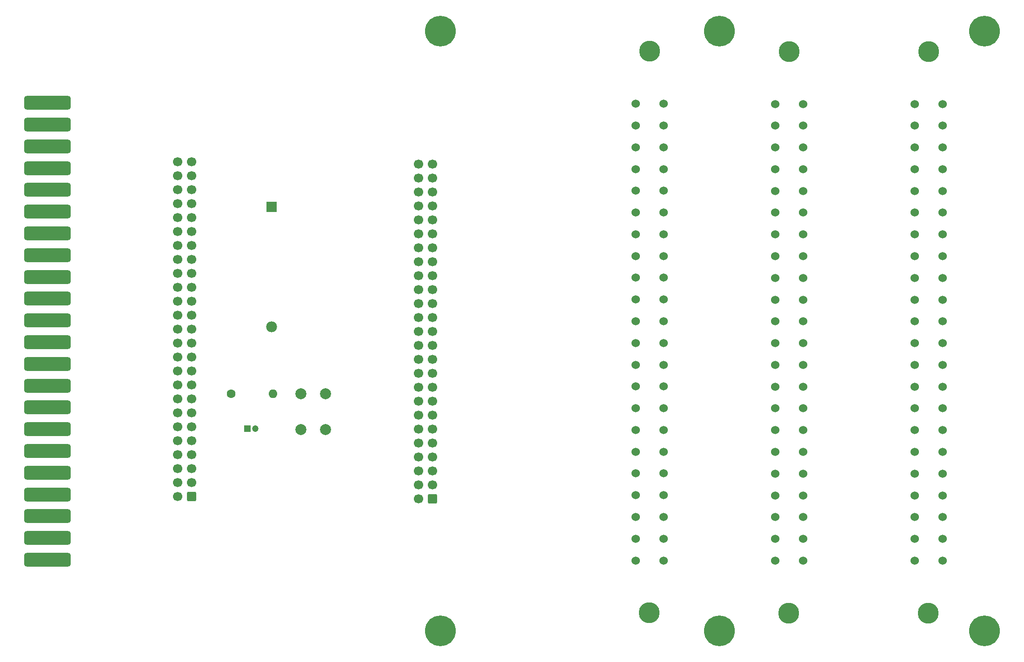
<source format=gbr>
%TF.GenerationSoftware,KiCad,Pcbnew,(6.0.4-0)*%
%TF.CreationDate,2022-07-10T14:03:27-04:00*%
%TF.ProjectId,VIC1005Reloaded-1.0-001,56494331-3030-4355-9265-6c6f61646564,1.0-001*%
%TF.SameCoordinates,Original*%
%TF.FileFunction,Soldermask,Top*%
%TF.FilePolarity,Negative*%
%FSLAX46Y46*%
G04 Gerber Fmt 4.6, Leading zero omitted, Abs format (unit mm)*
G04 Created by KiCad (PCBNEW (6.0.4-0)) date 2022-07-10 14:03:27*
%MOMM*%
%LPD*%
G01*
G04 APERTURE LIST*
G04 Aperture macros list*
%AMRoundRect*
0 Rectangle with rounded corners*
0 $1 Rounding radius*
0 $2 $3 $4 $5 $6 $7 $8 $9 X,Y pos of 4 corners*
0 Add a 4 corners polygon primitive as box body*
4,1,4,$2,$3,$4,$5,$6,$7,$8,$9,$2,$3,0*
0 Add four circle primitives for the rounded corners*
1,1,$1+$1,$2,$3*
1,1,$1+$1,$4,$5*
1,1,$1+$1,$6,$7*
1,1,$1+$1,$8,$9*
0 Add four rect primitives between the rounded corners*
20,1,$1+$1,$2,$3,$4,$5,0*
20,1,$1+$1,$4,$5,$6,$7,0*
20,1,$1+$1,$6,$7,$8,$9,0*
20,1,$1+$1,$8,$9,$2,$3,0*%
G04 Aperture macros list end*
%ADD10C,5.600000*%
%ADD11RoundRect,0.444500X3.784600X-0.800100X3.784600X0.800100X-3.784600X0.800100X-3.784600X-0.800100X0*%
%ADD12R,1.980000X1.980000*%
%ADD13C,1.980000*%
%ADD14C,1.524000*%
%ADD15C,3.810000*%
%ADD16C,2.000000*%
%ADD17RoundRect,0.250000X0.600000X0.600000X-0.600000X0.600000X-0.600000X-0.600000X0.600000X-0.600000X0*%
%ADD18C,1.700000*%
%ADD19C,1.600000*%
%ADD20O,1.600000X1.600000*%
%ADD21R,1.200000X1.200000*%
%ADD22C,1.200000*%
G04 APERTURE END LIST*
D10*
%TO.C,H102*%
X99060000Y-149860000D03*
%TD*%
D11*
%TO.C,P101*%
X27559000Y-136906000D03*
X27559000Y-132943600D03*
X27559000Y-128981200D03*
X27559000Y-125018800D03*
X27559000Y-121056400D03*
X27559000Y-117094000D03*
X27559000Y-113131600D03*
X27559000Y-109169200D03*
X27559000Y-105206800D03*
X27559000Y-101244400D03*
X27559000Y-97282000D03*
X27559000Y-93319600D03*
X27559000Y-89357200D03*
X27559000Y-85394800D03*
X27559000Y-81432400D03*
X27559000Y-77470000D03*
X27559000Y-73507600D03*
X27559000Y-69545200D03*
X27559000Y-65582800D03*
X27559000Y-61620400D03*
X27559000Y-57658000D03*
X27559000Y-53695600D03*
%TD*%
D10*
%TO.C,H105*%
X198120000Y-40640000D03*
%TD*%
%TO.C,H101*%
X99060000Y-40640000D03*
%TD*%
D12*
%TO.C,F101*%
X68326000Y-72644000D03*
D13*
X68326000Y-94484000D03*
%TD*%
D14*
%TO.C,P102*%
X139700000Y-137034100D03*
X134620000Y-137034100D03*
X139700000Y-133074100D03*
X134620000Y-133074100D03*
X139700000Y-129114100D03*
X134620000Y-129114100D03*
X139700000Y-125154100D03*
X134620000Y-125154100D03*
X139700000Y-121194100D03*
X134620000Y-121194100D03*
X139700000Y-117234100D03*
X134620000Y-117234100D03*
X139700000Y-113274100D03*
X134620000Y-113274100D03*
X139700000Y-109314100D03*
X134620000Y-109314100D03*
X139700000Y-105354100D03*
X134620000Y-105354100D03*
X139700000Y-101394100D03*
X134620000Y-101394100D03*
X139700000Y-97434100D03*
X134620000Y-97434100D03*
X139700000Y-93474100D03*
X134620000Y-93474100D03*
X139700000Y-89514100D03*
X134620000Y-89514100D03*
X139700000Y-85554100D03*
X134620000Y-85554100D03*
X139700000Y-81594100D03*
X134620000Y-81594100D03*
X139700000Y-77634100D03*
X134620000Y-77634100D03*
X139700000Y-73674100D03*
X134620000Y-73674100D03*
X139700000Y-69714100D03*
X134620000Y-69714100D03*
X139700000Y-65754100D03*
X134620000Y-65754100D03*
X139700000Y-61794100D03*
X134620000Y-61794100D03*
X139700000Y-57834100D03*
X134620000Y-57834100D03*
X139700000Y-53874100D03*
X134620000Y-53874100D03*
D15*
X137160000Y-44297600D03*
X137096500Y-146578600D03*
%TD*%
D10*
%TO.C,H106*%
X198120000Y-149860000D03*
%TD*%
%TO.C,H103*%
X149860000Y-40640000D03*
%TD*%
D14*
%TO.C,P104*%
X190500000Y-137059500D03*
X185420000Y-137059500D03*
X190500000Y-133099500D03*
X185420000Y-133099500D03*
X190500000Y-129139500D03*
X185420000Y-129139500D03*
X190500000Y-125179500D03*
X185420000Y-125179500D03*
X190500000Y-121219500D03*
X185420000Y-121219500D03*
X190500000Y-117259500D03*
X185420000Y-117259500D03*
X190500000Y-113299500D03*
X185420000Y-113299500D03*
X190500000Y-109339500D03*
X185420000Y-109339500D03*
X190500000Y-105379500D03*
X185420000Y-105379500D03*
X190500000Y-101419500D03*
X185420000Y-101419500D03*
X190500000Y-97459500D03*
X185420000Y-97459500D03*
X190500000Y-93499500D03*
X185420000Y-93499500D03*
X190500000Y-89539500D03*
X185420000Y-89539500D03*
X190500000Y-85579500D03*
X185420000Y-85579500D03*
X190500000Y-81619500D03*
X185420000Y-81619500D03*
X190500000Y-77659500D03*
X185420000Y-77659500D03*
X190500000Y-73699500D03*
X185420000Y-73699500D03*
X190500000Y-69739500D03*
X185420000Y-69739500D03*
X190500000Y-65779500D03*
X185420000Y-65779500D03*
X190500000Y-61819500D03*
X185420000Y-61819500D03*
X190500000Y-57859500D03*
X185420000Y-57859500D03*
X190500000Y-53899500D03*
X185420000Y-53899500D03*
D15*
X187896500Y-146604000D03*
X187960000Y-44323000D03*
%TD*%
D16*
%TO.C,SW101*%
X78160000Y-113180000D03*
X78160000Y-106680000D03*
X73660000Y-113180000D03*
X73660000Y-106680000D03*
%TD*%
D14*
%TO.C,P103*%
X165100000Y-137059500D03*
X160020000Y-137059500D03*
X165100000Y-133099500D03*
X160020000Y-133099500D03*
X165100000Y-129139500D03*
X160020000Y-129139500D03*
X165100000Y-125179500D03*
X160020000Y-125179500D03*
X165100000Y-121219500D03*
X160020000Y-121219500D03*
X165100000Y-117259500D03*
X160020000Y-117259500D03*
X165100000Y-113299500D03*
X160020000Y-113299500D03*
X165100000Y-109339500D03*
X160020000Y-109339500D03*
X165100000Y-105379500D03*
X160020000Y-105379500D03*
X165100000Y-101419500D03*
X160020000Y-101419500D03*
X165100000Y-97459500D03*
X160020000Y-97459500D03*
X165100000Y-93499500D03*
X160020000Y-93499500D03*
X165100000Y-89539500D03*
X160020000Y-89539500D03*
X165100000Y-85579500D03*
X160020000Y-85579500D03*
X165100000Y-81619500D03*
X160020000Y-81619500D03*
X165100000Y-77659500D03*
X160020000Y-77659500D03*
X165100000Y-73699500D03*
X160020000Y-73699500D03*
X165100000Y-69739500D03*
X160020000Y-69739500D03*
X165100000Y-65779500D03*
X160020000Y-65779500D03*
X165100000Y-61819500D03*
X160020000Y-61819500D03*
X165100000Y-57859500D03*
X160020000Y-57859500D03*
X165100000Y-53899500D03*
X160020000Y-53899500D03*
D15*
X162560000Y-44323000D03*
X162496500Y-146604000D03*
%TD*%
D17*
%TO.C,J101*%
X53771800Y-125399800D03*
D18*
X51231800Y-125399800D03*
X53771800Y-122859800D03*
X51231800Y-122859800D03*
X53771800Y-120319800D03*
X51231800Y-120319800D03*
X53771800Y-117779800D03*
X51231800Y-117779800D03*
X53771800Y-115239800D03*
X51231800Y-115239800D03*
X53771800Y-112699800D03*
X51231800Y-112699800D03*
X53771800Y-110159800D03*
X51231800Y-110159800D03*
X53771800Y-107619800D03*
X51231800Y-107619800D03*
X53771800Y-105079800D03*
X51231800Y-105079800D03*
X53771800Y-102539800D03*
X51231800Y-102539800D03*
X53771800Y-99999800D03*
X51231800Y-99999800D03*
X53771800Y-97459800D03*
X51231800Y-97459800D03*
X53771800Y-94919800D03*
X51231800Y-94919800D03*
X53771800Y-92379800D03*
X51231800Y-92379800D03*
X53771800Y-89839800D03*
X51231800Y-89839800D03*
X53771800Y-87299800D03*
X51231800Y-87299800D03*
X53771800Y-84759800D03*
X51231800Y-84759800D03*
X53771800Y-82219800D03*
X51231800Y-82219800D03*
X53771800Y-79679800D03*
X51231800Y-79679800D03*
X53771800Y-77139800D03*
X51231800Y-77139800D03*
X53771800Y-74599800D03*
X51231800Y-74599800D03*
X53771800Y-72059800D03*
X51231800Y-72059800D03*
X53771800Y-69519800D03*
X51231800Y-69519800D03*
X53771800Y-66979800D03*
X51231800Y-66979800D03*
X53771800Y-64439800D03*
X51231800Y-64439800D03*
%TD*%
D10*
%TO.C,H104*%
X149860000Y-149860000D03*
%TD*%
D19*
%TO.C,R101*%
X60960000Y-106680000D03*
D20*
X68580000Y-106680000D03*
%TD*%
D21*
%TO.C,C101*%
X63905000Y-113030000D03*
D22*
X65405000Y-113030000D03*
%TD*%
D17*
%TO.C,J102*%
X97637600Y-125806200D03*
D18*
X95097600Y-125806200D03*
X97637600Y-123266200D03*
X95097600Y-123266200D03*
X97637600Y-120726200D03*
X95097600Y-120726200D03*
X97637600Y-118186200D03*
X95097600Y-118186200D03*
X97637600Y-115646200D03*
X95097600Y-115646200D03*
X97637600Y-113106200D03*
X95097600Y-113106200D03*
X97637600Y-110566200D03*
X95097600Y-110566200D03*
X97637600Y-108026200D03*
X95097600Y-108026200D03*
X97637600Y-105486200D03*
X95097600Y-105486200D03*
X97637600Y-102946200D03*
X95097600Y-102946200D03*
X97637600Y-100406200D03*
X95097600Y-100406200D03*
X97637600Y-97866200D03*
X95097600Y-97866200D03*
X97637600Y-95326200D03*
X95097600Y-95326200D03*
X97637600Y-92786200D03*
X95097600Y-92786200D03*
X97637600Y-90246200D03*
X95097600Y-90246200D03*
X97637600Y-87706200D03*
X95097600Y-87706200D03*
X97637600Y-85166200D03*
X95097600Y-85166200D03*
X97637600Y-82626200D03*
X95097600Y-82626200D03*
X97637600Y-80086200D03*
X95097600Y-80086200D03*
X97637600Y-77546200D03*
X95097600Y-77546200D03*
X97637600Y-75006200D03*
X95097600Y-75006200D03*
X97637600Y-72466200D03*
X95097600Y-72466200D03*
X97637600Y-69926200D03*
X95097600Y-69926200D03*
X97637600Y-67386200D03*
X95097600Y-67386200D03*
X97637600Y-64846200D03*
X95097600Y-64846200D03*
%TD*%
M02*

</source>
